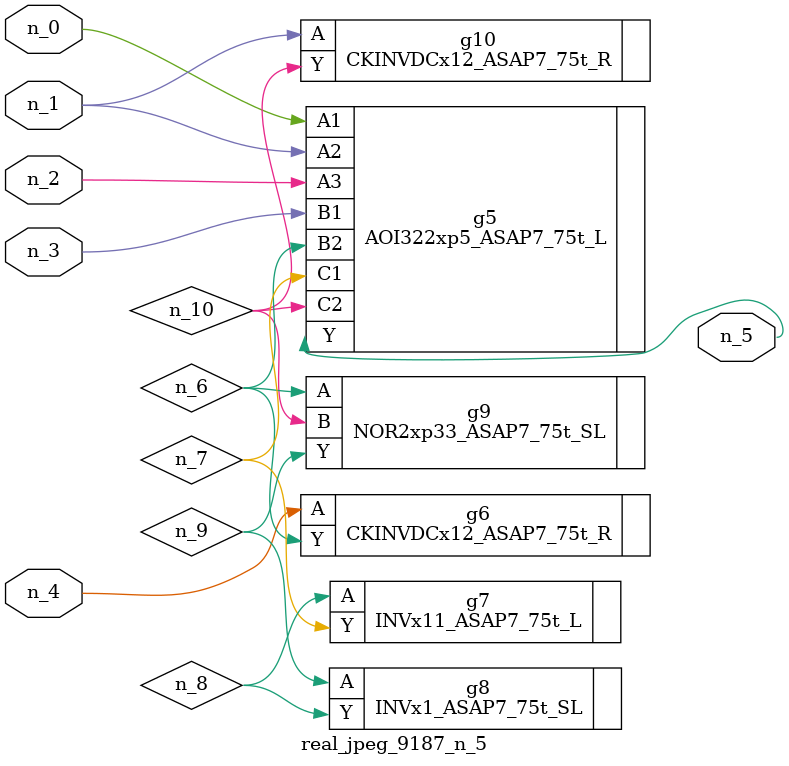
<source format=v>
module real_jpeg_9187_n_5 (n_4, n_0, n_1, n_2, n_3, n_5);

input n_4;
input n_0;
input n_1;
input n_2;
input n_3;

output n_5;

wire n_8;
wire n_6;
wire n_7;
wire n_10;
wire n_9;

AOI322xp5_ASAP7_75t_L g5 ( 
.A1(n_0),
.A2(n_1),
.A3(n_2),
.B1(n_3),
.B2(n_6),
.C1(n_7),
.C2(n_10),
.Y(n_5)
);

CKINVDCx12_ASAP7_75t_R g10 ( 
.A(n_1),
.Y(n_10)
);

CKINVDCx12_ASAP7_75t_R g6 ( 
.A(n_4),
.Y(n_6)
);

NOR2xp33_ASAP7_75t_SL g9 ( 
.A(n_6),
.B(n_10),
.Y(n_9)
);

INVx11_ASAP7_75t_L g7 ( 
.A(n_8),
.Y(n_7)
);

INVx1_ASAP7_75t_SL g8 ( 
.A(n_9),
.Y(n_8)
);


endmodule
</source>
